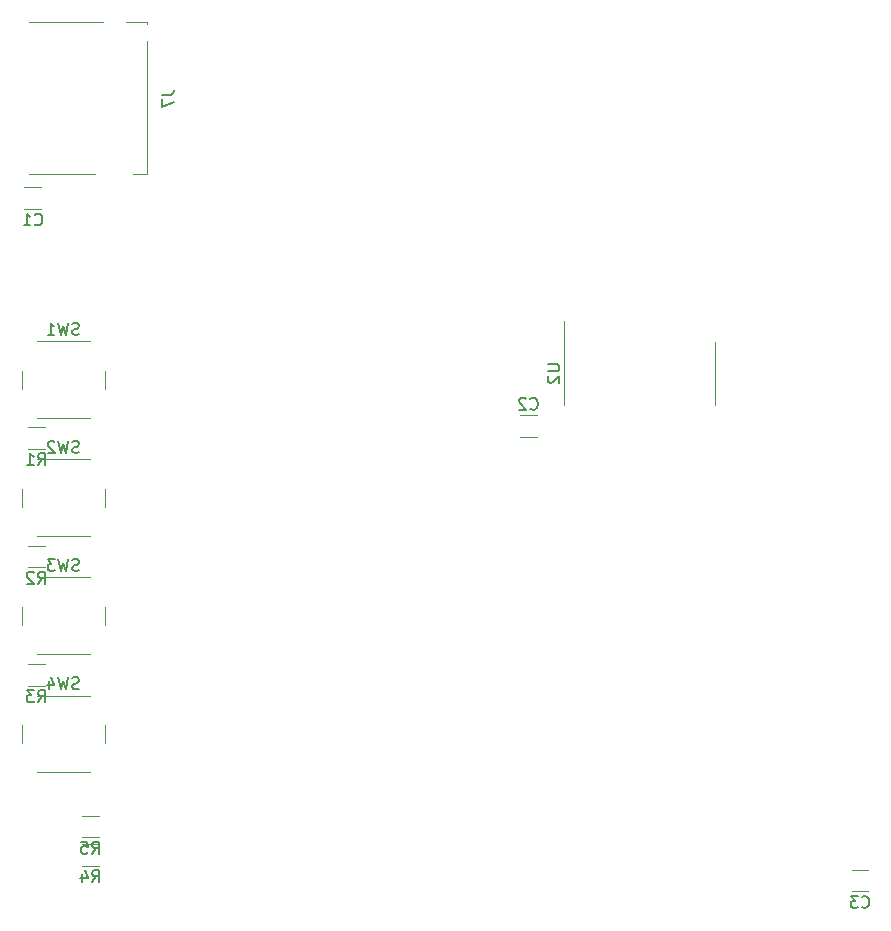
<source format=gbr>
%TF.GenerationSoftware,KiCad,Pcbnew,7.0.7-7.0.7~ubuntu20.04.1*%
%TF.CreationDate,2023-09-08T15:38:02+02:00*%
%TF.ProjectId,cpld_board_max2,63706c64-5f62-46f6-9172-645f6d617832,rev?*%
%TF.SameCoordinates,Original*%
%TF.FileFunction,Legend,Bot*%
%TF.FilePolarity,Positive*%
%FSLAX46Y46*%
G04 Gerber Fmt 4.6, Leading zero omitted, Abs format (unit mm)*
G04 Created by KiCad (PCBNEW 7.0.7-7.0.7~ubuntu20.04.1) date 2023-09-08 15:38:02*
%MOMM*%
%LPD*%
G01*
G04 APERTURE LIST*
%ADD10C,0.150000*%
%ADD11C,0.120000*%
G04 APERTURE END LIST*
D10*
X104459666Y-87745819D02*
X104792999Y-87269628D01*
X105031094Y-87745819D02*
X105031094Y-86745819D01*
X105031094Y-86745819D02*
X104650142Y-86745819D01*
X104650142Y-86745819D02*
X104554904Y-86793438D01*
X104554904Y-86793438D02*
X104507285Y-86841057D01*
X104507285Y-86841057D02*
X104459666Y-86936295D01*
X104459666Y-86936295D02*
X104459666Y-87079152D01*
X104459666Y-87079152D02*
X104507285Y-87174390D01*
X104507285Y-87174390D02*
X104554904Y-87222009D01*
X104554904Y-87222009D02*
X104650142Y-87269628D01*
X104650142Y-87269628D02*
X105031094Y-87269628D01*
X103507285Y-87745819D02*
X104078713Y-87745819D01*
X103792999Y-87745819D02*
X103792999Y-86745819D01*
X103792999Y-86745819D02*
X103888237Y-86888676D01*
X103888237Y-86888676D02*
X103983475Y-86983914D01*
X103983475Y-86983914D02*
X104078713Y-87031533D01*
X107919332Y-86670200D02*
X107776475Y-86717819D01*
X107776475Y-86717819D02*
X107538380Y-86717819D01*
X107538380Y-86717819D02*
X107443142Y-86670200D01*
X107443142Y-86670200D02*
X107395523Y-86622580D01*
X107395523Y-86622580D02*
X107347904Y-86527342D01*
X107347904Y-86527342D02*
X107347904Y-86432104D01*
X107347904Y-86432104D02*
X107395523Y-86336866D01*
X107395523Y-86336866D02*
X107443142Y-86289247D01*
X107443142Y-86289247D02*
X107538380Y-86241628D01*
X107538380Y-86241628D02*
X107728856Y-86194009D01*
X107728856Y-86194009D02*
X107824094Y-86146390D01*
X107824094Y-86146390D02*
X107871713Y-86098771D01*
X107871713Y-86098771D02*
X107919332Y-86003533D01*
X107919332Y-86003533D02*
X107919332Y-85908295D01*
X107919332Y-85908295D02*
X107871713Y-85813057D01*
X107871713Y-85813057D02*
X107824094Y-85765438D01*
X107824094Y-85765438D02*
X107728856Y-85717819D01*
X107728856Y-85717819D02*
X107490761Y-85717819D01*
X107490761Y-85717819D02*
X107347904Y-85765438D01*
X107014570Y-85717819D02*
X106776475Y-86717819D01*
X106776475Y-86717819D02*
X106585999Y-86003533D01*
X106585999Y-86003533D02*
X106395523Y-86717819D01*
X106395523Y-86717819D02*
X106157428Y-85717819D01*
X105824094Y-85813057D02*
X105776475Y-85765438D01*
X105776475Y-85765438D02*
X105681237Y-85717819D01*
X105681237Y-85717819D02*
X105443142Y-85717819D01*
X105443142Y-85717819D02*
X105347904Y-85765438D01*
X105347904Y-85765438D02*
X105300285Y-85813057D01*
X105300285Y-85813057D02*
X105252666Y-85908295D01*
X105252666Y-85908295D02*
X105252666Y-86003533D01*
X105252666Y-86003533D02*
X105300285Y-86146390D01*
X105300285Y-86146390D02*
X105871713Y-86717819D01*
X105871713Y-86717819D02*
X105252666Y-86717819D01*
X147586819Y-79214595D02*
X148396342Y-79214595D01*
X148396342Y-79214595D02*
X148491580Y-79262214D01*
X148491580Y-79262214D02*
X148539200Y-79309833D01*
X148539200Y-79309833D02*
X148586819Y-79405071D01*
X148586819Y-79405071D02*
X148586819Y-79595547D01*
X148586819Y-79595547D02*
X148539200Y-79690785D01*
X148539200Y-79690785D02*
X148491580Y-79738404D01*
X148491580Y-79738404D02*
X148396342Y-79786023D01*
X148396342Y-79786023D02*
X147586819Y-79786023D01*
X147682057Y-80214595D02*
X147634438Y-80262214D01*
X147634438Y-80262214D02*
X147586819Y-80357452D01*
X147586819Y-80357452D02*
X147586819Y-80595547D01*
X147586819Y-80595547D02*
X147634438Y-80690785D01*
X147634438Y-80690785D02*
X147682057Y-80738404D01*
X147682057Y-80738404D02*
X147777295Y-80786023D01*
X147777295Y-80786023D02*
X147872533Y-80786023D01*
X147872533Y-80786023D02*
X148015390Y-80738404D01*
X148015390Y-80738404D02*
X148586819Y-80166976D01*
X148586819Y-80166976D02*
X148586819Y-80786023D01*
X107919332Y-106670200D02*
X107776475Y-106717819D01*
X107776475Y-106717819D02*
X107538380Y-106717819D01*
X107538380Y-106717819D02*
X107443142Y-106670200D01*
X107443142Y-106670200D02*
X107395523Y-106622580D01*
X107395523Y-106622580D02*
X107347904Y-106527342D01*
X107347904Y-106527342D02*
X107347904Y-106432104D01*
X107347904Y-106432104D02*
X107395523Y-106336866D01*
X107395523Y-106336866D02*
X107443142Y-106289247D01*
X107443142Y-106289247D02*
X107538380Y-106241628D01*
X107538380Y-106241628D02*
X107728856Y-106194009D01*
X107728856Y-106194009D02*
X107824094Y-106146390D01*
X107824094Y-106146390D02*
X107871713Y-106098771D01*
X107871713Y-106098771D02*
X107919332Y-106003533D01*
X107919332Y-106003533D02*
X107919332Y-105908295D01*
X107919332Y-105908295D02*
X107871713Y-105813057D01*
X107871713Y-105813057D02*
X107824094Y-105765438D01*
X107824094Y-105765438D02*
X107728856Y-105717819D01*
X107728856Y-105717819D02*
X107490761Y-105717819D01*
X107490761Y-105717819D02*
X107347904Y-105765438D01*
X107014570Y-105717819D02*
X106776475Y-106717819D01*
X106776475Y-106717819D02*
X106585999Y-106003533D01*
X106585999Y-106003533D02*
X106395523Y-106717819D01*
X106395523Y-106717819D02*
X106157428Y-105717819D01*
X105347904Y-106051152D02*
X105347904Y-106717819D01*
X105585999Y-105670200D02*
X105824094Y-106384485D01*
X105824094Y-106384485D02*
X105205047Y-106384485D01*
X109031666Y-123051819D02*
X109364999Y-122575628D01*
X109603094Y-123051819D02*
X109603094Y-122051819D01*
X109603094Y-122051819D02*
X109222142Y-122051819D01*
X109222142Y-122051819D02*
X109126904Y-122099438D01*
X109126904Y-122099438D02*
X109079285Y-122147057D01*
X109079285Y-122147057D02*
X109031666Y-122242295D01*
X109031666Y-122242295D02*
X109031666Y-122385152D01*
X109031666Y-122385152D02*
X109079285Y-122480390D01*
X109079285Y-122480390D02*
X109126904Y-122528009D01*
X109126904Y-122528009D02*
X109222142Y-122575628D01*
X109222142Y-122575628D02*
X109603094Y-122575628D01*
X108174523Y-122385152D02*
X108174523Y-123051819D01*
X108412618Y-122004200D02*
X108650713Y-122718485D01*
X108650713Y-122718485D02*
X108031666Y-122718485D01*
X146138666Y-82964580D02*
X146186285Y-83012200D01*
X146186285Y-83012200D02*
X146329142Y-83059819D01*
X146329142Y-83059819D02*
X146424380Y-83059819D01*
X146424380Y-83059819D02*
X146567237Y-83012200D01*
X146567237Y-83012200D02*
X146662475Y-82916961D01*
X146662475Y-82916961D02*
X146710094Y-82821723D01*
X146710094Y-82821723D02*
X146757713Y-82631247D01*
X146757713Y-82631247D02*
X146757713Y-82488390D01*
X146757713Y-82488390D02*
X146710094Y-82297914D01*
X146710094Y-82297914D02*
X146662475Y-82202676D01*
X146662475Y-82202676D02*
X146567237Y-82107438D01*
X146567237Y-82107438D02*
X146424380Y-82059819D01*
X146424380Y-82059819D02*
X146329142Y-82059819D01*
X146329142Y-82059819D02*
X146186285Y-82107438D01*
X146186285Y-82107438D02*
X146138666Y-82155057D01*
X145757713Y-82155057D02*
X145710094Y-82107438D01*
X145710094Y-82107438D02*
X145614856Y-82059819D01*
X145614856Y-82059819D02*
X145376761Y-82059819D01*
X145376761Y-82059819D02*
X145281523Y-82107438D01*
X145281523Y-82107438D02*
X145233904Y-82155057D01*
X145233904Y-82155057D02*
X145186285Y-82250295D01*
X145186285Y-82250295D02*
X145186285Y-82345533D01*
X145186285Y-82345533D02*
X145233904Y-82488390D01*
X145233904Y-82488390D02*
X145805332Y-83059819D01*
X145805332Y-83059819D02*
X145186285Y-83059819D01*
X114964819Y-56398666D02*
X115679104Y-56398666D01*
X115679104Y-56398666D02*
X115821961Y-56351047D01*
X115821961Y-56351047D02*
X115917200Y-56255809D01*
X115917200Y-56255809D02*
X115964819Y-56112952D01*
X115964819Y-56112952D02*
X115964819Y-56017714D01*
X114964819Y-56779619D02*
X114964819Y-57446285D01*
X114964819Y-57446285D02*
X115964819Y-57017714D01*
X107919332Y-76670200D02*
X107776475Y-76717819D01*
X107776475Y-76717819D02*
X107538380Y-76717819D01*
X107538380Y-76717819D02*
X107443142Y-76670200D01*
X107443142Y-76670200D02*
X107395523Y-76622580D01*
X107395523Y-76622580D02*
X107347904Y-76527342D01*
X107347904Y-76527342D02*
X107347904Y-76432104D01*
X107347904Y-76432104D02*
X107395523Y-76336866D01*
X107395523Y-76336866D02*
X107443142Y-76289247D01*
X107443142Y-76289247D02*
X107538380Y-76241628D01*
X107538380Y-76241628D02*
X107728856Y-76194009D01*
X107728856Y-76194009D02*
X107824094Y-76146390D01*
X107824094Y-76146390D02*
X107871713Y-76098771D01*
X107871713Y-76098771D02*
X107919332Y-76003533D01*
X107919332Y-76003533D02*
X107919332Y-75908295D01*
X107919332Y-75908295D02*
X107871713Y-75813057D01*
X107871713Y-75813057D02*
X107824094Y-75765438D01*
X107824094Y-75765438D02*
X107728856Y-75717819D01*
X107728856Y-75717819D02*
X107490761Y-75717819D01*
X107490761Y-75717819D02*
X107347904Y-75765438D01*
X107014570Y-75717819D02*
X106776475Y-76717819D01*
X106776475Y-76717819D02*
X106585999Y-76003533D01*
X106585999Y-76003533D02*
X106395523Y-76717819D01*
X106395523Y-76717819D02*
X106157428Y-75717819D01*
X105252666Y-76717819D02*
X105824094Y-76717819D01*
X105538380Y-76717819D02*
X105538380Y-75717819D01*
X105538380Y-75717819D02*
X105633618Y-75860676D01*
X105633618Y-75860676D02*
X105728856Y-75955914D01*
X105728856Y-75955914D02*
X105824094Y-76003533D01*
X104459666Y-97778819D02*
X104792999Y-97302628D01*
X105031094Y-97778819D02*
X105031094Y-96778819D01*
X105031094Y-96778819D02*
X104650142Y-96778819D01*
X104650142Y-96778819D02*
X104554904Y-96826438D01*
X104554904Y-96826438D02*
X104507285Y-96874057D01*
X104507285Y-96874057D02*
X104459666Y-96969295D01*
X104459666Y-96969295D02*
X104459666Y-97112152D01*
X104459666Y-97112152D02*
X104507285Y-97207390D01*
X104507285Y-97207390D02*
X104554904Y-97255009D01*
X104554904Y-97255009D02*
X104650142Y-97302628D01*
X104650142Y-97302628D02*
X105031094Y-97302628D01*
X104078713Y-96874057D02*
X104031094Y-96826438D01*
X104031094Y-96826438D02*
X103935856Y-96778819D01*
X103935856Y-96778819D02*
X103697761Y-96778819D01*
X103697761Y-96778819D02*
X103602523Y-96826438D01*
X103602523Y-96826438D02*
X103554904Y-96874057D01*
X103554904Y-96874057D02*
X103507285Y-96969295D01*
X103507285Y-96969295D02*
X103507285Y-97064533D01*
X103507285Y-97064533D02*
X103554904Y-97207390D01*
X103554904Y-97207390D02*
X104126332Y-97778819D01*
X104126332Y-97778819D02*
X103507285Y-97778819D01*
X107919332Y-96670200D02*
X107776475Y-96717819D01*
X107776475Y-96717819D02*
X107538380Y-96717819D01*
X107538380Y-96717819D02*
X107443142Y-96670200D01*
X107443142Y-96670200D02*
X107395523Y-96622580D01*
X107395523Y-96622580D02*
X107347904Y-96527342D01*
X107347904Y-96527342D02*
X107347904Y-96432104D01*
X107347904Y-96432104D02*
X107395523Y-96336866D01*
X107395523Y-96336866D02*
X107443142Y-96289247D01*
X107443142Y-96289247D02*
X107538380Y-96241628D01*
X107538380Y-96241628D02*
X107728856Y-96194009D01*
X107728856Y-96194009D02*
X107824094Y-96146390D01*
X107824094Y-96146390D02*
X107871713Y-96098771D01*
X107871713Y-96098771D02*
X107919332Y-96003533D01*
X107919332Y-96003533D02*
X107919332Y-95908295D01*
X107919332Y-95908295D02*
X107871713Y-95813057D01*
X107871713Y-95813057D02*
X107824094Y-95765438D01*
X107824094Y-95765438D02*
X107728856Y-95717819D01*
X107728856Y-95717819D02*
X107490761Y-95717819D01*
X107490761Y-95717819D02*
X107347904Y-95765438D01*
X107014570Y-95717819D02*
X106776475Y-96717819D01*
X106776475Y-96717819D02*
X106585999Y-96003533D01*
X106585999Y-96003533D02*
X106395523Y-96717819D01*
X106395523Y-96717819D02*
X106157428Y-95717819D01*
X105871713Y-95717819D02*
X105252666Y-95717819D01*
X105252666Y-95717819D02*
X105585999Y-96098771D01*
X105585999Y-96098771D02*
X105443142Y-96098771D01*
X105443142Y-96098771D02*
X105347904Y-96146390D01*
X105347904Y-96146390D02*
X105300285Y-96194009D01*
X105300285Y-96194009D02*
X105252666Y-96289247D01*
X105252666Y-96289247D02*
X105252666Y-96527342D01*
X105252666Y-96527342D02*
X105300285Y-96622580D01*
X105300285Y-96622580D02*
X105347904Y-96670200D01*
X105347904Y-96670200D02*
X105443142Y-96717819D01*
X105443142Y-96717819D02*
X105728856Y-96717819D01*
X105728856Y-96717819D02*
X105824094Y-96670200D01*
X105824094Y-96670200D02*
X105871713Y-96622580D01*
X109031666Y-120638819D02*
X109364999Y-120162628D01*
X109603094Y-120638819D02*
X109603094Y-119638819D01*
X109603094Y-119638819D02*
X109222142Y-119638819D01*
X109222142Y-119638819D02*
X109126904Y-119686438D01*
X109126904Y-119686438D02*
X109079285Y-119734057D01*
X109079285Y-119734057D02*
X109031666Y-119829295D01*
X109031666Y-119829295D02*
X109031666Y-119972152D01*
X109031666Y-119972152D02*
X109079285Y-120067390D01*
X109079285Y-120067390D02*
X109126904Y-120115009D01*
X109126904Y-120115009D02*
X109222142Y-120162628D01*
X109222142Y-120162628D02*
X109603094Y-120162628D01*
X108126904Y-119638819D02*
X108603094Y-119638819D01*
X108603094Y-119638819D02*
X108650713Y-120115009D01*
X108650713Y-120115009D02*
X108603094Y-120067390D01*
X108603094Y-120067390D02*
X108507856Y-120019771D01*
X108507856Y-120019771D02*
X108269761Y-120019771D01*
X108269761Y-120019771D02*
X108174523Y-120067390D01*
X108174523Y-120067390D02*
X108126904Y-120115009D01*
X108126904Y-120115009D02*
X108079285Y-120210247D01*
X108079285Y-120210247D02*
X108079285Y-120448342D01*
X108079285Y-120448342D02*
X108126904Y-120543580D01*
X108126904Y-120543580D02*
X108174523Y-120591200D01*
X108174523Y-120591200D02*
X108269761Y-120638819D01*
X108269761Y-120638819D02*
X108507856Y-120638819D01*
X108507856Y-120638819D02*
X108603094Y-120591200D01*
X108603094Y-120591200D02*
X108650713Y-120543580D01*
X174205666Y-125145580D02*
X174253285Y-125193200D01*
X174253285Y-125193200D02*
X174396142Y-125240819D01*
X174396142Y-125240819D02*
X174491380Y-125240819D01*
X174491380Y-125240819D02*
X174634237Y-125193200D01*
X174634237Y-125193200D02*
X174729475Y-125097961D01*
X174729475Y-125097961D02*
X174777094Y-125002723D01*
X174777094Y-125002723D02*
X174824713Y-124812247D01*
X174824713Y-124812247D02*
X174824713Y-124669390D01*
X174824713Y-124669390D02*
X174777094Y-124478914D01*
X174777094Y-124478914D02*
X174729475Y-124383676D01*
X174729475Y-124383676D02*
X174634237Y-124288438D01*
X174634237Y-124288438D02*
X174491380Y-124240819D01*
X174491380Y-124240819D02*
X174396142Y-124240819D01*
X174396142Y-124240819D02*
X174253285Y-124288438D01*
X174253285Y-124288438D02*
X174205666Y-124336057D01*
X173872332Y-124240819D02*
X173253285Y-124240819D01*
X173253285Y-124240819D02*
X173586618Y-124621771D01*
X173586618Y-124621771D02*
X173443761Y-124621771D01*
X173443761Y-124621771D02*
X173348523Y-124669390D01*
X173348523Y-124669390D02*
X173300904Y-124717009D01*
X173300904Y-124717009D02*
X173253285Y-124812247D01*
X173253285Y-124812247D02*
X173253285Y-125050342D01*
X173253285Y-125050342D02*
X173300904Y-125145580D01*
X173300904Y-125145580D02*
X173348523Y-125193200D01*
X173348523Y-125193200D02*
X173443761Y-125240819D01*
X173443761Y-125240819D02*
X173729475Y-125240819D01*
X173729475Y-125240819D02*
X173824713Y-125193200D01*
X173824713Y-125193200D02*
X173872332Y-125145580D01*
X104459666Y-107811819D02*
X104792999Y-107335628D01*
X105031094Y-107811819D02*
X105031094Y-106811819D01*
X105031094Y-106811819D02*
X104650142Y-106811819D01*
X104650142Y-106811819D02*
X104554904Y-106859438D01*
X104554904Y-106859438D02*
X104507285Y-106907057D01*
X104507285Y-106907057D02*
X104459666Y-107002295D01*
X104459666Y-107002295D02*
X104459666Y-107145152D01*
X104459666Y-107145152D02*
X104507285Y-107240390D01*
X104507285Y-107240390D02*
X104554904Y-107288009D01*
X104554904Y-107288009D02*
X104650142Y-107335628D01*
X104650142Y-107335628D02*
X105031094Y-107335628D01*
X104126332Y-106811819D02*
X103507285Y-106811819D01*
X103507285Y-106811819D02*
X103840618Y-107192771D01*
X103840618Y-107192771D02*
X103697761Y-107192771D01*
X103697761Y-107192771D02*
X103602523Y-107240390D01*
X103602523Y-107240390D02*
X103554904Y-107288009D01*
X103554904Y-107288009D02*
X103507285Y-107383247D01*
X103507285Y-107383247D02*
X103507285Y-107621342D01*
X103507285Y-107621342D02*
X103554904Y-107716580D01*
X103554904Y-107716580D02*
X103602523Y-107764200D01*
X103602523Y-107764200D02*
X103697761Y-107811819D01*
X103697761Y-107811819D02*
X103983475Y-107811819D01*
X103983475Y-107811819D02*
X104078713Y-107764200D01*
X104078713Y-107764200D02*
X104126332Y-107716580D01*
X104179666Y-67360580D02*
X104227285Y-67408200D01*
X104227285Y-67408200D02*
X104370142Y-67455819D01*
X104370142Y-67455819D02*
X104465380Y-67455819D01*
X104465380Y-67455819D02*
X104608237Y-67408200D01*
X104608237Y-67408200D02*
X104703475Y-67312961D01*
X104703475Y-67312961D02*
X104751094Y-67217723D01*
X104751094Y-67217723D02*
X104798713Y-67027247D01*
X104798713Y-67027247D02*
X104798713Y-66884390D01*
X104798713Y-66884390D02*
X104751094Y-66693914D01*
X104751094Y-66693914D02*
X104703475Y-66598676D01*
X104703475Y-66598676D02*
X104608237Y-66503438D01*
X104608237Y-66503438D02*
X104465380Y-66455819D01*
X104465380Y-66455819D02*
X104370142Y-66455819D01*
X104370142Y-66455819D02*
X104227285Y-66503438D01*
X104227285Y-66503438D02*
X104179666Y-66551057D01*
X103227285Y-67455819D02*
X103798713Y-67455819D01*
X103512999Y-67455819D02*
X103512999Y-66455819D01*
X103512999Y-66455819D02*
X103608237Y-66598676D01*
X103608237Y-66598676D02*
X103703475Y-66693914D01*
X103703475Y-66693914D02*
X103798713Y-66741533D01*
D11*
%TO.C,R1*%
X103565936Y-84561000D02*
X105020064Y-84561000D01*
X103565936Y-86381000D02*
X105020064Y-86381000D01*
%TO.C,SW2*%
X110086000Y-89763000D02*
X110086000Y-91263000D01*
X108836000Y-93763000D02*
X104336000Y-93763000D01*
X104336000Y-87263000D02*
X108836000Y-87263000D01*
X103086000Y-91263000D02*
X103086000Y-89763000D01*
%TO.C,U2*%
X161792000Y-79976500D02*
X161792000Y-77326500D01*
X161792000Y-79976500D02*
X161792000Y-82626500D01*
X148972000Y-79976500D02*
X148972000Y-75526500D01*
X148972000Y-79976500D02*
X148972000Y-82626500D01*
%TO.C,SW4*%
X110086000Y-109763000D02*
X110086000Y-111263000D01*
X108836000Y-113763000D02*
X104336000Y-113763000D01*
X104336000Y-107263000D02*
X108836000Y-107263000D01*
X103086000Y-111263000D02*
X103086000Y-109763000D01*
%TO.C,R4*%
X108137936Y-119867000D02*
X109592064Y-119867000D01*
X108137936Y-121687000D02*
X109592064Y-121687000D01*
%TO.C,C2*%
X146683252Y-85365000D02*
X145260748Y-85365000D01*
X146683252Y-83545000D02*
X145260748Y-83545000D01*
%TO.C,J7*%
X109260000Y-63142000D02*
X103660000Y-63142000D01*
X112510000Y-63142000D02*
X113670000Y-63142000D01*
X113670000Y-63142000D02*
X113670000Y-51882000D01*
X113670000Y-50382000D02*
X113670000Y-50272000D01*
X109960000Y-50272000D02*
X103660000Y-50272000D01*
X113670000Y-50272000D02*
X111860000Y-50272000D01*
%TO.C,SW1*%
X110086000Y-79763000D02*
X110086000Y-81263000D01*
X108836000Y-83763000D02*
X104336000Y-83763000D01*
X104336000Y-77263000D02*
X108836000Y-77263000D01*
X103086000Y-81263000D02*
X103086000Y-79763000D01*
%TO.C,R2*%
X103565936Y-94594000D02*
X105020064Y-94594000D01*
X103565936Y-96414000D02*
X105020064Y-96414000D01*
%TO.C,SW3*%
X110086000Y-99763000D02*
X110086000Y-101263000D01*
X108836000Y-103763000D02*
X104336000Y-103763000D01*
X104336000Y-97263000D02*
X108836000Y-97263000D01*
X103086000Y-101263000D02*
X103086000Y-99763000D01*
%TO.C,R5*%
X108137936Y-117454000D02*
X109592064Y-117454000D01*
X108137936Y-119274000D02*
X109592064Y-119274000D01*
%TO.C,C3*%
X173327748Y-122026000D02*
X174750252Y-122026000D01*
X173327748Y-123846000D02*
X174750252Y-123846000D01*
%TO.C,R3*%
X103565936Y-104627000D02*
X105020064Y-104627000D01*
X103565936Y-106447000D02*
X105020064Y-106447000D01*
%TO.C,C1*%
X103301748Y-64241000D02*
X104724252Y-64241000D01*
X103301748Y-66061000D02*
X104724252Y-66061000D01*
%TD*%
M02*

</source>
